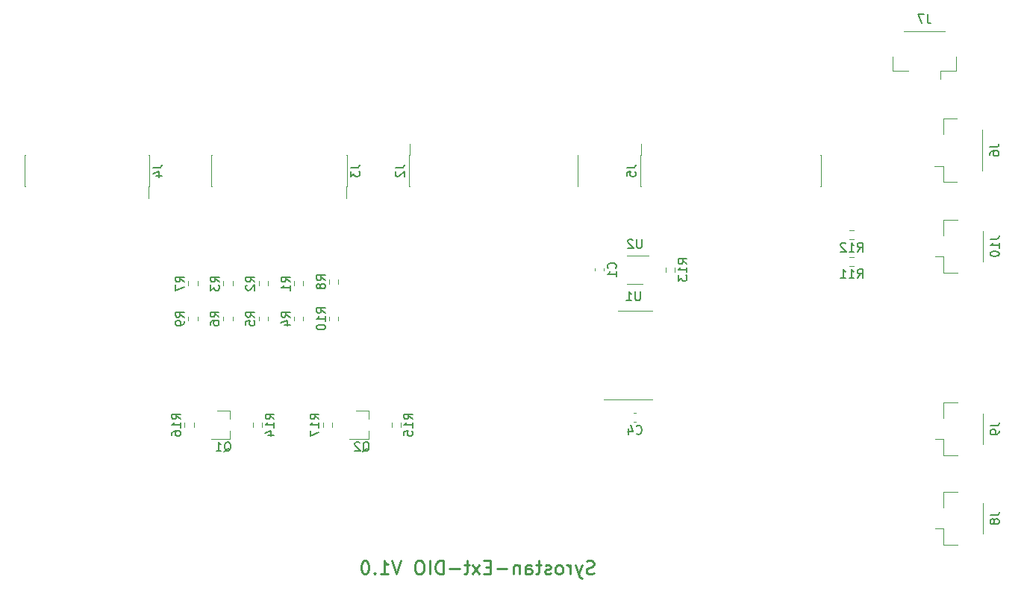
<source format=gbr>
%TF.GenerationSoftware,KiCad,Pcbnew,(5.1.10)-1*%
%TF.CreationDate,2021-08-26T14:05:13+08:00*%
%TF.ProjectId,Syrostan-Ext-DIO,5379726f-7374-4616-9e2d-4578742d4449,rev?*%
%TF.SameCoordinates,Original*%
%TF.FileFunction,Legend,Bot*%
%TF.FilePolarity,Positive*%
%FSLAX46Y46*%
G04 Gerber Fmt 4.6, Leading zero omitted, Abs format (unit mm)*
G04 Created by KiCad (PCBNEW (5.1.10)-1) date 2021-08-26 14:05:13*
%MOMM*%
%LPD*%
G01*
G04 APERTURE LIST*
%ADD10C,0.279400*%
%ADD11C,0.120000*%
%ADD12C,0.150000*%
G04 APERTURE END LIST*
D10*
X167508000Y-131956826D02*
X167290285Y-132029397D01*
X166927428Y-132029397D01*
X166782285Y-131956826D01*
X166709714Y-131884254D01*
X166637142Y-131739111D01*
X166637142Y-131593969D01*
X166709714Y-131448826D01*
X166782285Y-131376254D01*
X166927428Y-131303683D01*
X167217714Y-131231111D01*
X167362857Y-131158540D01*
X167435428Y-131085969D01*
X167508000Y-130940826D01*
X167508000Y-130795683D01*
X167435428Y-130650540D01*
X167362857Y-130577969D01*
X167217714Y-130505397D01*
X166854857Y-130505397D01*
X166637142Y-130577969D01*
X166129142Y-131013397D02*
X165766285Y-132029397D01*
X165403428Y-131013397D02*
X165766285Y-132029397D01*
X165911428Y-132392254D01*
X165984000Y-132464826D01*
X166129142Y-132537397D01*
X164822857Y-132029397D02*
X164822857Y-131013397D01*
X164822857Y-131303683D02*
X164750285Y-131158540D01*
X164677714Y-131085969D01*
X164532571Y-131013397D01*
X164387428Y-131013397D01*
X163661714Y-132029397D02*
X163806857Y-131956826D01*
X163879428Y-131884254D01*
X163952000Y-131739111D01*
X163952000Y-131303683D01*
X163879428Y-131158540D01*
X163806857Y-131085969D01*
X163661714Y-131013397D01*
X163444000Y-131013397D01*
X163298857Y-131085969D01*
X163226285Y-131158540D01*
X163153714Y-131303683D01*
X163153714Y-131739111D01*
X163226285Y-131884254D01*
X163298857Y-131956826D01*
X163444000Y-132029397D01*
X163661714Y-132029397D01*
X162573142Y-131956826D02*
X162428000Y-132029397D01*
X162137714Y-132029397D01*
X161992571Y-131956826D01*
X161920000Y-131811683D01*
X161920000Y-131739111D01*
X161992571Y-131593969D01*
X162137714Y-131521397D01*
X162355428Y-131521397D01*
X162500571Y-131448826D01*
X162573142Y-131303683D01*
X162573142Y-131231111D01*
X162500571Y-131085969D01*
X162355428Y-131013397D01*
X162137714Y-131013397D01*
X161992571Y-131085969D01*
X161484571Y-131013397D02*
X160904000Y-131013397D01*
X161266857Y-130505397D02*
X161266857Y-131811683D01*
X161194285Y-131956826D01*
X161049142Y-132029397D01*
X160904000Y-132029397D01*
X159742857Y-132029397D02*
X159742857Y-131231111D01*
X159815428Y-131085969D01*
X159960571Y-131013397D01*
X160250857Y-131013397D01*
X160396000Y-131085969D01*
X159742857Y-131956826D02*
X159888000Y-132029397D01*
X160250857Y-132029397D01*
X160396000Y-131956826D01*
X160468571Y-131811683D01*
X160468571Y-131666540D01*
X160396000Y-131521397D01*
X160250857Y-131448826D01*
X159888000Y-131448826D01*
X159742857Y-131376254D01*
X159017142Y-131013397D02*
X159017142Y-132029397D01*
X159017142Y-131158540D02*
X158944571Y-131085969D01*
X158799428Y-131013397D01*
X158581714Y-131013397D01*
X158436571Y-131085969D01*
X158364000Y-131231111D01*
X158364000Y-132029397D01*
X157638285Y-131448826D02*
X156477142Y-131448826D01*
X155751428Y-131231111D02*
X155243428Y-131231111D01*
X155025714Y-132029397D02*
X155751428Y-132029397D01*
X155751428Y-130505397D01*
X155025714Y-130505397D01*
X154517714Y-132029397D02*
X153719428Y-131013397D01*
X154517714Y-131013397D02*
X153719428Y-132029397D01*
X153356571Y-131013397D02*
X152776000Y-131013397D01*
X153138857Y-130505397D02*
X153138857Y-131811683D01*
X153066285Y-131956826D01*
X152921142Y-132029397D01*
X152776000Y-132029397D01*
X152268000Y-131448826D02*
X151106857Y-131448826D01*
X150381142Y-132029397D02*
X150381142Y-130505397D01*
X150018285Y-130505397D01*
X149800571Y-130577969D01*
X149655428Y-130723111D01*
X149582857Y-130868254D01*
X149510285Y-131158540D01*
X149510285Y-131376254D01*
X149582857Y-131666540D01*
X149655428Y-131811683D01*
X149800571Y-131956826D01*
X150018285Y-132029397D01*
X150381142Y-132029397D01*
X148857142Y-132029397D02*
X148857142Y-130505397D01*
X147841142Y-130505397D02*
X147550857Y-130505397D01*
X147405714Y-130577969D01*
X147260571Y-130723111D01*
X147188000Y-131013397D01*
X147188000Y-131521397D01*
X147260571Y-131811683D01*
X147405714Y-131956826D01*
X147550857Y-132029397D01*
X147841142Y-132029397D01*
X147986285Y-131956826D01*
X148131428Y-131811683D01*
X148204000Y-131521397D01*
X148204000Y-131013397D01*
X148131428Y-130723111D01*
X147986285Y-130577969D01*
X147841142Y-130505397D01*
X145591428Y-130505397D02*
X145083428Y-132029397D01*
X144575428Y-130505397D01*
X143269142Y-132029397D02*
X144140000Y-132029397D01*
X143704571Y-132029397D02*
X143704571Y-130505397D01*
X143849714Y-130723111D01*
X143994857Y-130868254D01*
X144140000Y-130940826D01*
X142616000Y-131884254D02*
X142543428Y-131956826D01*
X142616000Y-132029397D01*
X142688571Y-131956826D01*
X142616000Y-131884254D01*
X142616000Y-132029397D01*
X141600000Y-130505397D02*
X141454857Y-130505397D01*
X141309714Y-130577969D01*
X141237142Y-130650540D01*
X141164571Y-130795683D01*
X141092000Y-131085969D01*
X141092000Y-131448826D01*
X141164571Y-131739111D01*
X141237142Y-131884254D01*
X141309714Y-131956826D01*
X141454857Y-132029397D01*
X141600000Y-132029397D01*
X141745142Y-131956826D01*
X141817714Y-131884254D01*
X141890285Y-131739111D01*
X141962857Y-131448826D01*
X141962857Y-131085969D01*
X141890285Y-130795683D01*
X141817714Y-130650540D01*
X141745142Y-130577969D01*
X141600000Y-130505397D01*
D11*
%TO.C,J3*%
X124168333Y-84434969D02*
X124103333Y-84434969D01*
X124168333Y-87964969D02*
X124103333Y-87964969D01*
X139463333Y-84434969D02*
X139398333Y-84434969D01*
X139463333Y-87964969D02*
X139398333Y-87964969D01*
X139398333Y-89289969D02*
X139398333Y-87964969D01*
X124103333Y-87964969D02*
X124103333Y-84434969D01*
X139463333Y-87964969D02*
X139463333Y-84434969D01*
%TO.C,J4*%
X103020000Y-84434969D02*
X102955000Y-84434969D01*
X103020000Y-87964969D02*
X102955000Y-87964969D01*
X117045000Y-84434969D02*
X116980000Y-84434969D01*
X117045000Y-87964969D02*
X116980000Y-87964969D01*
X116980000Y-89289969D02*
X116980000Y-87964969D01*
X102955000Y-87964969D02*
X102955000Y-84434969D01*
X117045000Y-87964969D02*
X117045000Y-84434969D01*
%TO.C,R1*%
X134522500Y-98762742D02*
X134522500Y-99237258D01*
X133477500Y-98762742D02*
X133477500Y-99237258D01*
%TO.C,R2*%
X130522500Y-98762742D02*
X130522500Y-99237258D01*
X129477500Y-98762742D02*
X129477500Y-99237258D01*
%TO.C,R3*%
X126522500Y-98762742D02*
X126522500Y-99237258D01*
X125477500Y-98762742D02*
X125477500Y-99237258D01*
%TO.C,R4*%
X134522500Y-102762742D02*
X134522500Y-103237258D01*
X133477500Y-102762742D02*
X133477500Y-103237258D01*
%TO.C,R5*%
X130522500Y-102762742D02*
X130522500Y-103237258D01*
X129477500Y-102762742D02*
X129477500Y-103237258D01*
%TO.C,R6*%
X126522500Y-102762742D02*
X126522500Y-103237258D01*
X125477500Y-102762742D02*
X125477500Y-103237258D01*
%TO.C,R7*%
X122522500Y-98762742D02*
X122522500Y-99237258D01*
X121477500Y-98762742D02*
X121477500Y-99237258D01*
%TO.C,R8*%
X138522500Y-98587742D02*
X138522500Y-99062258D01*
X137477500Y-98587742D02*
X137477500Y-99062258D01*
%TO.C,R9*%
X122522500Y-102762742D02*
X122522500Y-103237258D01*
X121477500Y-102762742D02*
X121477500Y-103237258D01*
%TO.C,R10*%
X138522500Y-102762742D02*
X138522500Y-103237258D01*
X137477500Y-102762742D02*
X137477500Y-103237258D01*
%TO.C,C4*%
X172290549Y-113740000D02*
X172009389Y-113740000D01*
X172290549Y-114760000D02*
X172009389Y-114760000D01*
%TO.C,U1*%
X172149969Y-102079969D02*
X174099969Y-102079969D01*
X172149969Y-102079969D02*
X170199969Y-102079969D01*
X172149969Y-112199969D02*
X174099969Y-112199969D01*
X172149969Y-112199969D02*
X168649969Y-112199969D01*
%TO.C,R11*%
X196512742Y-95977500D02*
X196987258Y-95977500D01*
X196512742Y-97022500D02*
X196987258Y-97022500D01*
%TO.C,R12*%
X196512742Y-92977500D02*
X196987258Y-92977500D01*
X196512742Y-94022500D02*
X196987258Y-94022500D01*
%TO.C,J5*%
X193155000Y-87964969D02*
X193220000Y-87964969D01*
X193155000Y-84434969D02*
X193220000Y-84434969D01*
X172780000Y-87964969D02*
X172845000Y-87964969D01*
X172780000Y-84434969D02*
X172845000Y-84434969D01*
X172845000Y-83109969D02*
X172845000Y-84434969D01*
X193220000Y-84434969D02*
X193220000Y-87964969D01*
X172780000Y-84434969D02*
X172780000Y-87964969D01*
%TO.C,J6*%
X211580000Y-86190000D02*
X211580000Y-81510000D01*
X207110000Y-80240000D02*
X207110000Y-82040000D01*
X208710000Y-80240000D02*
X207110000Y-80240000D01*
X207110000Y-85660000D02*
X206170000Y-85660000D01*
X207110000Y-87460000D02*
X207110000Y-85660000D01*
X208710000Y-87460000D02*
X207110000Y-87460000D01*
%TO.C,J7*%
X207340000Y-70390000D02*
X202660000Y-70390000D01*
X201390000Y-74860000D02*
X203190000Y-74860000D01*
X201390000Y-73260000D02*
X201390000Y-74860000D01*
X206810000Y-74860000D02*
X206810000Y-75800000D01*
X208610000Y-74860000D02*
X206810000Y-74860000D01*
X208610000Y-73260000D02*
X208610000Y-74860000D01*
%TO.C,J8*%
X211620000Y-127385000D02*
X211620000Y-123955000D01*
X207150000Y-122685000D02*
X207150000Y-124485000D01*
X208750000Y-122685000D02*
X207150000Y-122685000D01*
X207150000Y-126855000D02*
X206210000Y-126855000D01*
X207150000Y-128655000D02*
X207150000Y-126855000D01*
X208750000Y-128655000D02*
X207150000Y-128655000D01*
%TO.C,J9*%
X211620000Y-117228334D02*
X211620000Y-113798334D01*
X207150000Y-112528334D02*
X207150000Y-114328334D01*
X208750000Y-112528334D02*
X207150000Y-112528334D01*
X207150000Y-116698334D02*
X206210000Y-116698334D01*
X207150000Y-118498334D02*
X207150000Y-116698334D01*
X208750000Y-118498334D02*
X207150000Y-118498334D01*
%TO.C,J10*%
X211630000Y-96489969D02*
X211630000Y-93059969D01*
X207160000Y-91789969D02*
X207160000Y-93589969D01*
X208760000Y-91789969D02*
X207160000Y-91789969D01*
X207160000Y-95959969D02*
X206220000Y-95959969D01*
X207160000Y-97759969D02*
X207160000Y-95959969D01*
X208760000Y-97759969D02*
X207160000Y-97759969D01*
%TO.C,C1*%
X167640000Y-97580580D02*
X167640000Y-97299420D01*
X168660000Y-97580580D02*
X168660000Y-97299420D01*
%TO.C,Q1*%
X126225000Y-113480000D02*
X124765000Y-113480000D01*
X126225000Y-116640000D02*
X124065000Y-116640000D01*
X126225000Y-116640000D02*
X126225000Y-115710000D01*
X126225000Y-113480000D02*
X126225000Y-114410000D01*
%TO.C,Q2*%
X141945000Y-113480000D02*
X140485000Y-113480000D01*
X141945000Y-116640000D02*
X139785000Y-116640000D01*
X141945000Y-116640000D02*
X141945000Y-115710000D01*
X141945000Y-113480000D02*
X141945000Y-114410000D01*
%TO.C,R13*%
X175647500Y-97677258D02*
X175647500Y-97202742D01*
X176692500Y-97677258D02*
X176692500Y-97202742D01*
%TO.C,R14*%
X128827500Y-115297258D02*
X128827500Y-114822742D01*
X129872500Y-115297258D02*
X129872500Y-114822742D01*
%TO.C,R15*%
X144547500Y-115297258D02*
X144547500Y-114822742D01*
X145592500Y-115297258D02*
X145592500Y-114822742D01*
%TO.C,R16*%
X122102500Y-114822742D02*
X122102500Y-115297258D01*
X121057500Y-114822742D02*
X121057500Y-115297258D01*
%TO.C,R17*%
X137822500Y-114822742D02*
X137822500Y-115297258D01*
X136777500Y-114822742D02*
X136777500Y-115297258D01*
%TO.C,U2*%
X171260000Y-95830000D02*
X173710000Y-95830000D01*
X173060000Y-99050000D02*
X171260000Y-99050000D01*
%TO.C,J2*%
X165636666Y-87964969D02*
X165701666Y-87964969D01*
X165636666Y-84434969D02*
X165701666Y-84434969D01*
X146531666Y-87964969D02*
X146596666Y-87964969D01*
X146531666Y-84434969D02*
X146596666Y-84434969D01*
X146596666Y-83109969D02*
X146596666Y-84434969D01*
X165701666Y-84434969D02*
X165701666Y-87964969D01*
X146531666Y-84434969D02*
X146531666Y-87964969D01*
%TO.C,J3*%
D12*
X139915713Y-85866635D02*
X140629999Y-85866635D01*
X140772856Y-85819016D01*
X140868094Y-85723778D01*
X140915713Y-85580921D01*
X140915713Y-85485683D01*
X139915713Y-86247588D02*
X139915713Y-86866635D01*
X140296666Y-86533302D01*
X140296666Y-86676159D01*
X140344285Y-86771397D01*
X140391904Y-86819016D01*
X140487142Y-86866635D01*
X140725237Y-86866635D01*
X140820475Y-86819016D01*
X140868094Y-86771397D01*
X140915713Y-86676159D01*
X140915713Y-86390445D01*
X140868094Y-86295207D01*
X140820475Y-86247588D01*
%TO.C,J4*%
X117497380Y-85866635D02*
X118211666Y-85866635D01*
X118354523Y-85819016D01*
X118449761Y-85723778D01*
X118497380Y-85580921D01*
X118497380Y-85485683D01*
X117830714Y-86771397D02*
X118497380Y-86771397D01*
X117449761Y-86533302D02*
X118164047Y-86295207D01*
X118164047Y-86914254D01*
%TO.C,R1*%
X133022380Y-98833333D02*
X132546190Y-98500000D01*
X133022380Y-98261904D02*
X132022380Y-98261904D01*
X132022380Y-98642857D01*
X132070000Y-98738095D01*
X132117619Y-98785714D01*
X132212857Y-98833333D01*
X132355714Y-98833333D01*
X132450952Y-98785714D01*
X132498571Y-98738095D01*
X132546190Y-98642857D01*
X132546190Y-98261904D01*
X133022380Y-99785714D02*
X133022380Y-99214285D01*
X133022380Y-99500000D02*
X132022380Y-99500000D01*
X132165238Y-99404761D01*
X132260476Y-99309523D01*
X132308095Y-99214285D01*
%TO.C,R2*%
X129022380Y-98833333D02*
X128546190Y-98500000D01*
X129022380Y-98261904D02*
X128022380Y-98261904D01*
X128022380Y-98642857D01*
X128070000Y-98738095D01*
X128117619Y-98785714D01*
X128212857Y-98833333D01*
X128355714Y-98833333D01*
X128450952Y-98785714D01*
X128498571Y-98738095D01*
X128546190Y-98642857D01*
X128546190Y-98261904D01*
X128117619Y-99214285D02*
X128070000Y-99261904D01*
X128022380Y-99357142D01*
X128022380Y-99595238D01*
X128070000Y-99690476D01*
X128117619Y-99738095D01*
X128212857Y-99785714D01*
X128308095Y-99785714D01*
X128450952Y-99738095D01*
X129022380Y-99166666D01*
X129022380Y-99785714D01*
%TO.C,R3*%
X125022380Y-98833333D02*
X124546190Y-98500000D01*
X125022380Y-98261904D02*
X124022380Y-98261904D01*
X124022380Y-98642857D01*
X124070000Y-98738095D01*
X124117619Y-98785714D01*
X124212857Y-98833333D01*
X124355714Y-98833333D01*
X124450952Y-98785714D01*
X124498571Y-98738095D01*
X124546190Y-98642857D01*
X124546190Y-98261904D01*
X124022380Y-99166666D02*
X124022380Y-99785714D01*
X124403333Y-99452380D01*
X124403333Y-99595238D01*
X124450952Y-99690476D01*
X124498571Y-99738095D01*
X124593809Y-99785714D01*
X124831904Y-99785714D01*
X124927142Y-99738095D01*
X124974761Y-99690476D01*
X125022380Y-99595238D01*
X125022380Y-99309523D01*
X124974761Y-99214285D01*
X124927142Y-99166666D01*
%TO.C,R4*%
X133022380Y-102833333D02*
X132546190Y-102500000D01*
X133022380Y-102261904D02*
X132022380Y-102261904D01*
X132022380Y-102642857D01*
X132070000Y-102738095D01*
X132117619Y-102785714D01*
X132212857Y-102833333D01*
X132355714Y-102833333D01*
X132450952Y-102785714D01*
X132498571Y-102738095D01*
X132546190Y-102642857D01*
X132546190Y-102261904D01*
X132355714Y-103690476D02*
X133022380Y-103690476D01*
X131974761Y-103452380D02*
X132689047Y-103214285D01*
X132689047Y-103833333D01*
%TO.C,R5*%
X129022380Y-102833333D02*
X128546190Y-102500000D01*
X129022380Y-102261904D02*
X128022380Y-102261904D01*
X128022380Y-102642857D01*
X128070000Y-102738095D01*
X128117619Y-102785714D01*
X128212857Y-102833333D01*
X128355714Y-102833333D01*
X128450952Y-102785714D01*
X128498571Y-102738095D01*
X128546190Y-102642857D01*
X128546190Y-102261904D01*
X128022380Y-103738095D02*
X128022380Y-103261904D01*
X128498571Y-103214285D01*
X128450952Y-103261904D01*
X128403333Y-103357142D01*
X128403333Y-103595238D01*
X128450952Y-103690476D01*
X128498571Y-103738095D01*
X128593809Y-103785714D01*
X128831904Y-103785714D01*
X128927142Y-103738095D01*
X128974761Y-103690476D01*
X129022380Y-103595238D01*
X129022380Y-103357142D01*
X128974761Y-103261904D01*
X128927142Y-103214285D01*
%TO.C,R6*%
X124962380Y-102823333D02*
X124486190Y-102490000D01*
X124962380Y-102251904D02*
X123962380Y-102251904D01*
X123962380Y-102632857D01*
X124010000Y-102728095D01*
X124057619Y-102775714D01*
X124152857Y-102823333D01*
X124295714Y-102823333D01*
X124390952Y-102775714D01*
X124438571Y-102728095D01*
X124486190Y-102632857D01*
X124486190Y-102251904D01*
X123962380Y-103680476D02*
X123962380Y-103490000D01*
X124010000Y-103394761D01*
X124057619Y-103347142D01*
X124200476Y-103251904D01*
X124390952Y-103204285D01*
X124771904Y-103204285D01*
X124867142Y-103251904D01*
X124914761Y-103299523D01*
X124962380Y-103394761D01*
X124962380Y-103585238D01*
X124914761Y-103680476D01*
X124867142Y-103728095D01*
X124771904Y-103775714D01*
X124533809Y-103775714D01*
X124438571Y-103728095D01*
X124390952Y-103680476D01*
X124343333Y-103585238D01*
X124343333Y-103394761D01*
X124390952Y-103299523D01*
X124438571Y-103251904D01*
X124533809Y-103204285D01*
%TO.C,R7*%
X121022380Y-98833333D02*
X120546190Y-98500000D01*
X121022380Y-98261904D02*
X120022380Y-98261904D01*
X120022380Y-98642857D01*
X120070000Y-98738095D01*
X120117619Y-98785714D01*
X120212857Y-98833333D01*
X120355714Y-98833333D01*
X120450952Y-98785714D01*
X120498571Y-98738095D01*
X120546190Y-98642857D01*
X120546190Y-98261904D01*
X120022380Y-99166666D02*
X120022380Y-99833333D01*
X121022380Y-99404761D01*
%TO.C,R8*%
X137022380Y-98658333D02*
X136546190Y-98325000D01*
X137022380Y-98086904D02*
X136022380Y-98086904D01*
X136022380Y-98467857D01*
X136070000Y-98563095D01*
X136117619Y-98610714D01*
X136212857Y-98658333D01*
X136355714Y-98658333D01*
X136450952Y-98610714D01*
X136498571Y-98563095D01*
X136546190Y-98467857D01*
X136546190Y-98086904D01*
X136450952Y-99229761D02*
X136403333Y-99134523D01*
X136355714Y-99086904D01*
X136260476Y-99039285D01*
X136212857Y-99039285D01*
X136117619Y-99086904D01*
X136070000Y-99134523D01*
X136022380Y-99229761D01*
X136022380Y-99420238D01*
X136070000Y-99515476D01*
X136117619Y-99563095D01*
X136212857Y-99610714D01*
X136260476Y-99610714D01*
X136355714Y-99563095D01*
X136403333Y-99515476D01*
X136450952Y-99420238D01*
X136450952Y-99229761D01*
X136498571Y-99134523D01*
X136546190Y-99086904D01*
X136641428Y-99039285D01*
X136831904Y-99039285D01*
X136927142Y-99086904D01*
X136974761Y-99134523D01*
X137022380Y-99229761D01*
X137022380Y-99420238D01*
X136974761Y-99515476D01*
X136927142Y-99563095D01*
X136831904Y-99610714D01*
X136641428Y-99610714D01*
X136546190Y-99563095D01*
X136498571Y-99515476D01*
X136450952Y-99420238D01*
%TO.C,R9*%
X121022380Y-102833333D02*
X120546190Y-102500000D01*
X121022380Y-102261904D02*
X120022380Y-102261904D01*
X120022380Y-102642857D01*
X120070000Y-102738095D01*
X120117619Y-102785714D01*
X120212857Y-102833333D01*
X120355714Y-102833333D01*
X120450952Y-102785714D01*
X120498571Y-102738095D01*
X120546190Y-102642857D01*
X120546190Y-102261904D01*
X121022380Y-103309523D02*
X121022380Y-103500000D01*
X120974761Y-103595238D01*
X120927142Y-103642857D01*
X120784285Y-103738095D01*
X120593809Y-103785714D01*
X120212857Y-103785714D01*
X120117619Y-103738095D01*
X120070000Y-103690476D01*
X120022380Y-103595238D01*
X120022380Y-103404761D01*
X120070000Y-103309523D01*
X120117619Y-103261904D01*
X120212857Y-103214285D01*
X120450952Y-103214285D01*
X120546190Y-103261904D01*
X120593809Y-103309523D01*
X120641428Y-103404761D01*
X120641428Y-103595238D01*
X120593809Y-103690476D01*
X120546190Y-103738095D01*
X120450952Y-103785714D01*
%TO.C,R10*%
X137022380Y-102357142D02*
X136546190Y-102023809D01*
X137022380Y-101785714D02*
X136022380Y-101785714D01*
X136022380Y-102166666D01*
X136070000Y-102261904D01*
X136117619Y-102309523D01*
X136212857Y-102357142D01*
X136355714Y-102357142D01*
X136450952Y-102309523D01*
X136498571Y-102261904D01*
X136546190Y-102166666D01*
X136546190Y-101785714D01*
X137022380Y-103309523D02*
X137022380Y-102738095D01*
X137022380Y-103023809D02*
X136022380Y-103023809D01*
X136165238Y-102928571D01*
X136260476Y-102833333D01*
X136308095Y-102738095D01*
X136022380Y-103928571D02*
X136022380Y-104023809D01*
X136070000Y-104119047D01*
X136117619Y-104166666D01*
X136212857Y-104214285D01*
X136403333Y-104261904D01*
X136641428Y-104261904D01*
X136831904Y-104214285D01*
X136927142Y-104166666D01*
X136974761Y-104119047D01*
X137022380Y-104023809D01*
X137022380Y-103928571D01*
X136974761Y-103833333D01*
X136927142Y-103785714D01*
X136831904Y-103738095D01*
X136641428Y-103690476D01*
X136403333Y-103690476D01*
X136212857Y-103738095D01*
X136117619Y-103785714D01*
X136070000Y-103833333D01*
X136022380Y-103928571D01*
%TO.C,C4*%
X172306635Y-116047142D02*
X172354254Y-116094761D01*
X172497111Y-116142380D01*
X172592349Y-116142380D01*
X172735207Y-116094761D01*
X172830445Y-115999523D01*
X172878064Y-115904285D01*
X172925683Y-115713809D01*
X172925683Y-115570952D01*
X172878064Y-115380476D01*
X172830445Y-115285238D01*
X172735207Y-115190000D01*
X172592349Y-115142380D01*
X172497111Y-115142380D01*
X172354254Y-115190000D01*
X172306635Y-115237619D01*
X171449492Y-115475714D02*
X171449492Y-116142380D01*
X171687588Y-115094761D02*
X171925683Y-115809047D01*
X171306635Y-115809047D01*
%TO.C,U1*%
X172761904Y-99952380D02*
X172761904Y-100761904D01*
X172714285Y-100857142D01*
X172666666Y-100904761D01*
X172571428Y-100952380D01*
X172380952Y-100952380D01*
X172285714Y-100904761D01*
X172238095Y-100857142D01*
X172190476Y-100761904D01*
X172190476Y-99952380D01*
X171190476Y-100952380D02*
X171761904Y-100952380D01*
X171476190Y-100952380D02*
X171476190Y-99952380D01*
X171571428Y-100095238D01*
X171666666Y-100190476D01*
X171761904Y-100238095D01*
%TO.C,R11*%
X197392857Y-98382380D02*
X197726190Y-97906190D01*
X197964285Y-98382380D02*
X197964285Y-97382380D01*
X197583333Y-97382380D01*
X197488095Y-97430000D01*
X197440476Y-97477619D01*
X197392857Y-97572857D01*
X197392857Y-97715714D01*
X197440476Y-97810952D01*
X197488095Y-97858571D01*
X197583333Y-97906190D01*
X197964285Y-97906190D01*
X196440476Y-98382380D02*
X197011904Y-98382380D01*
X196726190Y-98382380D02*
X196726190Y-97382380D01*
X196821428Y-97525238D01*
X196916666Y-97620476D01*
X197011904Y-97668095D01*
X195488095Y-98382380D02*
X196059523Y-98382380D01*
X195773809Y-98382380D02*
X195773809Y-97382380D01*
X195869047Y-97525238D01*
X195964285Y-97620476D01*
X196059523Y-97668095D01*
%TO.C,R12*%
X197392857Y-95382380D02*
X197726190Y-94906190D01*
X197964285Y-95382380D02*
X197964285Y-94382380D01*
X197583333Y-94382380D01*
X197488095Y-94430000D01*
X197440476Y-94477619D01*
X197392857Y-94572857D01*
X197392857Y-94715714D01*
X197440476Y-94810952D01*
X197488095Y-94858571D01*
X197583333Y-94906190D01*
X197964285Y-94906190D01*
X196440476Y-95382380D02*
X197011904Y-95382380D01*
X196726190Y-95382380D02*
X196726190Y-94382380D01*
X196821428Y-94525238D01*
X196916666Y-94620476D01*
X197011904Y-94668095D01*
X196059523Y-94477619D02*
X196011904Y-94430000D01*
X195916666Y-94382380D01*
X195678571Y-94382380D01*
X195583333Y-94430000D01*
X195535714Y-94477619D01*
X195488095Y-94572857D01*
X195488095Y-94668095D01*
X195535714Y-94810952D01*
X196107142Y-95382380D01*
X195488095Y-95382380D01*
%TO.C,J5*%
X171232380Y-85866635D02*
X171946666Y-85866635D01*
X172089523Y-85819016D01*
X172184761Y-85723778D01*
X172232380Y-85580921D01*
X172232380Y-85485683D01*
X171232380Y-86819016D02*
X171232380Y-86342826D01*
X171708571Y-86295207D01*
X171660952Y-86342826D01*
X171613333Y-86438064D01*
X171613333Y-86676159D01*
X171660952Y-86771397D01*
X171708571Y-86819016D01*
X171803809Y-86866635D01*
X172041904Y-86866635D01*
X172137142Y-86819016D01*
X172184761Y-86771397D01*
X172232380Y-86676159D01*
X172232380Y-86438064D01*
X172184761Y-86342826D01*
X172137142Y-86295207D01*
%TO.C,J6*%
X212422380Y-83516666D02*
X213136666Y-83516666D01*
X213279523Y-83469047D01*
X213374761Y-83373809D01*
X213422380Y-83230952D01*
X213422380Y-83135714D01*
X212422380Y-84421428D02*
X212422380Y-84230952D01*
X212470000Y-84135714D01*
X212517619Y-84088095D01*
X212660476Y-83992857D01*
X212850952Y-83945238D01*
X213231904Y-83945238D01*
X213327142Y-83992857D01*
X213374761Y-84040476D01*
X213422380Y-84135714D01*
X213422380Y-84326190D01*
X213374761Y-84421428D01*
X213327142Y-84469047D01*
X213231904Y-84516666D01*
X212993809Y-84516666D01*
X212898571Y-84469047D01*
X212850952Y-84421428D01*
X212803333Y-84326190D01*
X212803333Y-84135714D01*
X212850952Y-84040476D01*
X212898571Y-83992857D01*
X212993809Y-83945238D01*
%TO.C,J7*%
X205333333Y-68452380D02*
X205333333Y-69166666D01*
X205380952Y-69309523D01*
X205476190Y-69404761D01*
X205619047Y-69452380D01*
X205714285Y-69452380D01*
X204952380Y-68452380D02*
X204285714Y-68452380D01*
X204714285Y-69452380D01*
%TO.C,J8*%
X212462380Y-125336666D02*
X213176666Y-125336666D01*
X213319523Y-125289047D01*
X213414761Y-125193809D01*
X213462380Y-125050952D01*
X213462380Y-124955714D01*
X212890952Y-125955714D02*
X212843333Y-125860476D01*
X212795714Y-125812857D01*
X212700476Y-125765238D01*
X212652857Y-125765238D01*
X212557619Y-125812857D01*
X212510000Y-125860476D01*
X212462380Y-125955714D01*
X212462380Y-126146190D01*
X212510000Y-126241428D01*
X212557619Y-126289047D01*
X212652857Y-126336666D01*
X212700476Y-126336666D01*
X212795714Y-126289047D01*
X212843333Y-126241428D01*
X212890952Y-126146190D01*
X212890952Y-125955714D01*
X212938571Y-125860476D01*
X212986190Y-125812857D01*
X213081428Y-125765238D01*
X213271904Y-125765238D01*
X213367142Y-125812857D01*
X213414761Y-125860476D01*
X213462380Y-125955714D01*
X213462380Y-126146190D01*
X213414761Y-126241428D01*
X213367142Y-126289047D01*
X213271904Y-126336666D01*
X213081428Y-126336666D01*
X212986190Y-126289047D01*
X212938571Y-126241428D01*
X212890952Y-126146190D01*
%TO.C,J9*%
X212462380Y-115180000D02*
X213176666Y-115180000D01*
X213319523Y-115132381D01*
X213414761Y-115037143D01*
X213462380Y-114894286D01*
X213462380Y-114799048D01*
X213462380Y-115703810D02*
X213462380Y-115894286D01*
X213414761Y-115989524D01*
X213367142Y-116037143D01*
X213224285Y-116132381D01*
X213033809Y-116180000D01*
X212652857Y-116180000D01*
X212557619Y-116132381D01*
X212510000Y-116084762D01*
X212462380Y-115989524D01*
X212462380Y-115799048D01*
X212510000Y-115703810D01*
X212557619Y-115656191D01*
X212652857Y-115608572D01*
X212890952Y-115608572D01*
X212986190Y-115656191D01*
X213033809Y-115703810D01*
X213081428Y-115799048D01*
X213081428Y-115989524D01*
X213033809Y-116084762D01*
X212986190Y-116132381D01*
X212890952Y-116180000D01*
%TO.C,J10*%
X212472380Y-93965445D02*
X213186666Y-93965445D01*
X213329523Y-93917826D01*
X213424761Y-93822588D01*
X213472380Y-93679730D01*
X213472380Y-93584492D01*
X213472380Y-94965445D02*
X213472380Y-94394016D01*
X213472380Y-94679730D02*
X212472380Y-94679730D01*
X212615238Y-94584492D01*
X212710476Y-94489254D01*
X212758095Y-94394016D01*
X212472380Y-95584492D02*
X212472380Y-95679730D01*
X212520000Y-95774969D01*
X212567619Y-95822588D01*
X212662857Y-95870207D01*
X212853333Y-95917826D01*
X213091428Y-95917826D01*
X213281904Y-95870207D01*
X213377142Y-95822588D01*
X213424761Y-95774969D01*
X213472380Y-95679730D01*
X213472380Y-95584492D01*
X213424761Y-95489254D01*
X213377142Y-95441635D01*
X213281904Y-95394016D01*
X213091428Y-95346397D01*
X212853333Y-95346397D01*
X212662857Y-95394016D01*
X212567619Y-95441635D01*
X212520000Y-95489254D01*
X212472380Y-95584492D01*
%TO.C,C1*%
X169937142Y-97273333D02*
X169984761Y-97225714D01*
X170032380Y-97082857D01*
X170032380Y-96987619D01*
X169984761Y-96844761D01*
X169889523Y-96749523D01*
X169794285Y-96701904D01*
X169603809Y-96654285D01*
X169460952Y-96654285D01*
X169270476Y-96701904D01*
X169175238Y-96749523D01*
X169080000Y-96844761D01*
X169032380Y-96987619D01*
X169032380Y-97082857D01*
X169080000Y-97225714D01*
X169127619Y-97273333D01*
X170032380Y-98225714D02*
X170032380Y-97654285D01*
X170032380Y-97940000D02*
X169032380Y-97940000D01*
X169175238Y-97844761D01*
X169270476Y-97749523D01*
X169318095Y-97654285D01*
%TO.C,Q1*%
X125560238Y-118107619D02*
X125655476Y-118060000D01*
X125750714Y-117964761D01*
X125893571Y-117821904D01*
X125988809Y-117774285D01*
X126084047Y-117774285D01*
X126036428Y-118012380D02*
X126131666Y-117964761D01*
X126226904Y-117869523D01*
X126274523Y-117679047D01*
X126274523Y-117345714D01*
X126226904Y-117155238D01*
X126131666Y-117060000D01*
X126036428Y-117012380D01*
X125845952Y-117012380D01*
X125750714Y-117060000D01*
X125655476Y-117155238D01*
X125607857Y-117345714D01*
X125607857Y-117679047D01*
X125655476Y-117869523D01*
X125750714Y-117964761D01*
X125845952Y-118012380D01*
X126036428Y-118012380D01*
X124655476Y-118012380D02*
X125226904Y-118012380D01*
X124941190Y-118012380D02*
X124941190Y-117012380D01*
X125036428Y-117155238D01*
X125131666Y-117250476D01*
X125226904Y-117298095D01*
%TO.C,Q2*%
X141280238Y-118107619D02*
X141375476Y-118060000D01*
X141470714Y-117964761D01*
X141613571Y-117821904D01*
X141708809Y-117774285D01*
X141804047Y-117774285D01*
X141756428Y-118012380D02*
X141851666Y-117964761D01*
X141946904Y-117869523D01*
X141994523Y-117679047D01*
X141994523Y-117345714D01*
X141946904Y-117155238D01*
X141851666Y-117060000D01*
X141756428Y-117012380D01*
X141565952Y-117012380D01*
X141470714Y-117060000D01*
X141375476Y-117155238D01*
X141327857Y-117345714D01*
X141327857Y-117679047D01*
X141375476Y-117869523D01*
X141470714Y-117964761D01*
X141565952Y-118012380D01*
X141756428Y-118012380D01*
X140946904Y-117107619D02*
X140899285Y-117060000D01*
X140804047Y-117012380D01*
X140565952Y-117012380D01*
X140470714Y-117060000D01*
X140423095Y-117107619D01*
X140375476Y-117202857D01*
X140375476Y-117298095D01*
X140423095Y-117440952D01*
X140994523Y-118012380D01*
X140375476Y-118012380D01*
%TO.C,R13*%
X178052380Y-96797142D02*
X177576190Y-96463809D01*
X178052380Y-96225714D02*
X177052380Y-96225714D01*
X177052380Y-96606666D01*
X177100000Y-96701904D01*
X177147619Y-96749523D01*
X177242857Y-96797142D01*
X177385714Y-96797142D01*
X177480952Y-96749523D01*
X177528571Y-96701904D01*
X177576190Y-96606666D01*
X177576190Y-96225714D01*
X178052380Y-97749523D02*
X178052380Y-97178095D01*
X178052380Y-97463809D02*
X177052380Y-97463809D01*
X177195238Y-97368571D01*
X177290476Y-97273333D01*
X177338095Y-97178095D01*
X177052380Y-98082857D02*
X177052380Y-98701904D01*
X177433333Y-98368571D01*
X177433333Y-98511428D01*
X177480952Y-98606666D01*
X177528571Y-98654285D01*
X177623809Y-98701904D01*
X177861904Y-98701904D01*
X177957142Y-98654285D01*
X178004761Y-98606666D01*
X178052380Y-98511428D01*
X178052380Y-98225714D01*
X178004761Y-98130476D01*
X177957142Y-98082857D01*
%TO.C,R14*%
X131232380Y-114417142D02*
X130756190Y-114083809D01*
X131232380Y-113845714D02*
X130232380Y-113845714D01*
X130232380Y-114226666D01*
X130280000Y-114321904D01*
X130327619Y-114369523D01*
X130422857Y-114417142D01*
X130565714Y-114417142D01*
X130660952Y-114369523D01*
X130708571Y-114321904D01*
X130756190Y-114226666D01*
X130756190Y-113845714D01*
X131232380Y-115369523D02*
X131232380Y-114798095D01*
X131232380Y-115083809D02*
X130232380Y-115083809D01*
X130375238Y-114988571D01*
X130470476Y-114893333D01*
X130518095Y-114798095D01*
X130565714Y-116226666D02*
X131232380Y-116226666D01*
X130184761Y-115988571D02*
X130899047Y-115750476D01*
X130899047Y-116369523D01*
%TO.C,R15*%
X146952380Y-114417142D02*
X146476190Y-114083809D01*
X146952380Y-113845714D02*
X145952380Y-113845714D01*
X145952380Y-114226666D01*
X146000000Y-114321904D01*
X146047619Y-114369523D01*
X146142857Y-114417142D01*
X146285714Y-114417142D01*
X146380952Y-114369523D01*
X146428571Y-114321904D01*
X146476190Y-114226666D01*
X146476190Y-113845714D01*
X146952380Y-115369523D02*
X146952380Y-114798095D01*
X146952380Y-115083809D02*
X145952380Y-115083809D01*
X146095238Y-114988571D01*
X146190476Y-114893333D01*
X146238095Y-114798095D01*
X145952380Y-116274285D02*
X145952380Y-115798095D01*
X146428571Y-115750476D01*
X146380952Y-115798095D01*
X146333333Y-115893333D01*
X146333333Y-116131428D01*
X146380952Y-116226666D01*
X146428571Y-116274285D01*
X146523809Y-116321904D01*
X146761904Y-116321904D01*
X146857142Y-116274285D01*
X146904761Y-116226666D01*
X146952380Y-116131428D01*
X146952380Y-115893333D01*
X146904761Y-115798095D01*
X146857142Y-115750476D01*
%TO.C,R16*%
X120602380Y-114417142D02*
X120126190Y-114083809D01*
X120602380Y-113845714D02*
X119602380Y-113845714D01*
X119602380Y-114226666D01*
X119650000Y-114321904D01*
X119697619Y-114369523D01*
X119792857Y-114417142D01*
X119935714Y-114417142D01*
X120030952Y-114369523D01*
X120078571Y-114321904D01*
X120126190Y-114226666D01*
X120126190Y-113845714D01*
X120602380Y-115369523D02*
X120602380Y-114798095D01*
X120602380Y-115083809D02*
X119602380Y-115083809D01*
X119745238Y-114988571D01*
X119840476Y-114893333D01*
X119888095Y-114798095D01*
X119602380Y-116226666D02*
X119602380Y-116036190D01*
X119650000Y-115940952D01*
X119697619Y-115893333D01*
X119840476Y-115798095D01*
X120030952Y-115750476D01*
X120411904Y-115750476D01*
X120507142Y-115798095D01*
X120554761Y-115845714D01*
X120602380Y-115940952D01*
X120602380Y-116131428D01*
X120554761Y-116226666D01*
X120507142Y-116274285D01*
X120411904Y-116321904D01*
X120173809Y-116321904D01*
X120078571Y-116274285D01*
X120030952Y-116226666D01*
X119983333Y-116131428D01*
X119983333Y-115940952D01*
X120030952Y-115845714D01*
X120078571Y-115798095D01*
X120173809Y-115750476D01*
%TO.C,R17*%
X136322380Y-114417142D02*
X135846190Y-114083809D01*
X136322380Y-113845714D02*
X135322380Y-113845714D01*
X135322380Y-114226666D01*
X135370000Y-114321904D01*
X135417619Y-114369523D01*
X135512857Y-114417142D01*
X135655714Y-114417142D01*
X135750952Y-114369523D01*
X135798571Y-114321904D01*
X135846190Y-114226666D01*
X135846190Y-113845714D01*
X136322380Y-115369523D02*
X136322380Y-114798095D01*
X136322380Y-115083809D02*
X135322380Y-115083809D01*
X135465238Y-114988571D01*
X135560476Y-114893333D01*
X135608095Y-114798095D01*
X135322380Y-115702857D02*
X135322380Y-116369523D01*
X136322380Y-115940952D01*
%TO.C,U2*%
X172921904Y-93992380D02*
X172921904Y-94801904D01*
X172874285Y-94897142D01*
X172826666Y-94944761D01*
X172731428Y-94992380D01*
X172540952Y-94992380D01*
X172445714Y-94944761D01*
X172398095Y-94897142D01*
X172350476Y-94801904D01*
X172350476Y-93992380D01*
X171921904Y-94087619D02*
X171874285Y-94040000D01*
X171779047Y-93992380D01*
X171540952Y-93992380D01*
X171445714Y-94040000D01*
X171398095Y-94087619D01*
X171350476Y-94182857D01*
X171350476Y-94278095D01*
X171398095Y-94420952D01*
X171969523Y-94992380D01*
X171350476Y-94992380D01*
%TO.C,J2*%
X144984046Y-85866635D02*
X145698332Y-85866635D01*
X145841189Y-85819016D01*
X145936427Y-85723778D01*
X145984046Y-85580921D01*
X145984046Y-85485683D01*
X145079285Y-86295207D02*
X145031666Y-86342826D01*
X144984046Y-86438064D01*
X144984046Y-86676159D01*
X145031666Y-86771397D01*
X145079285Y-86819016D01*
X145174523Y-86866635D01*
X145269761Y-86866635D01*
X145412618Y-86819016D01*
X145984046Y-86247588D01*
X145984046Y-86866635D01*
%TD*%
M02*

</source>
